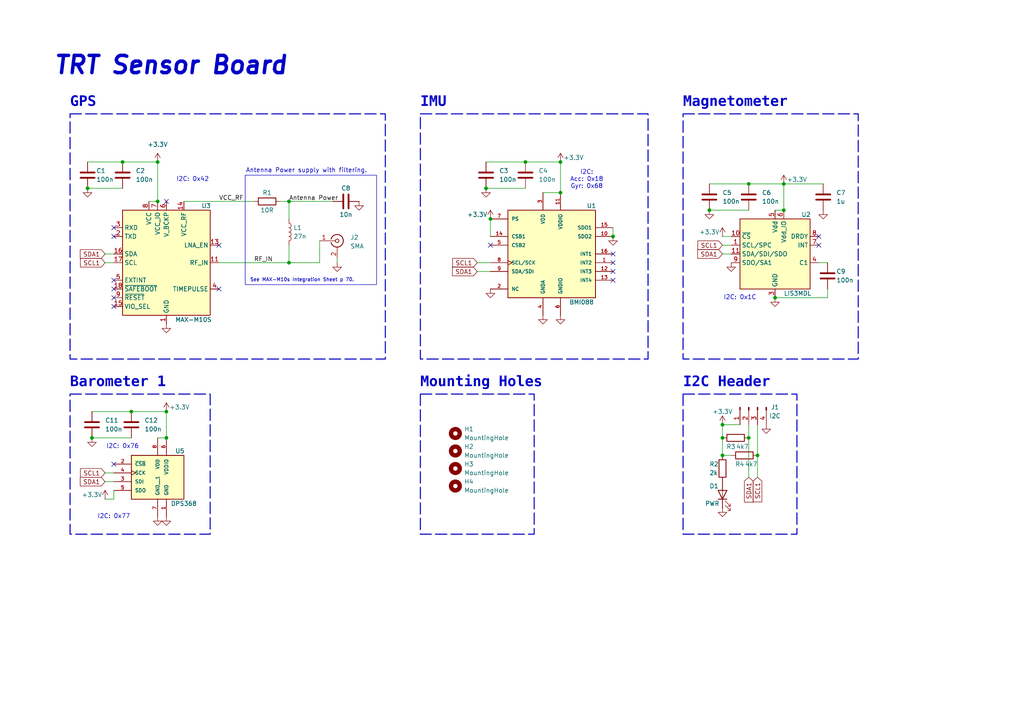
<source format=kicad_sch>
(kicad_sch (version 20231120) (generator "eeschema") (generator_version "8.0")
  (paper "A4")
  (title_block (title "TRT Sensor Board") (date "2024-07-10") (rev "0.1") (company "TRT"))
  (lib_symbols
    (symbol "BMI088:BMI088" (pin_names (offset 1.016))
      (property "Reference" "U" (at 7.62 15.24 0))
      (property "Value" "BMI088" (at 5.08 -15.24 0))
      (symbol "BMI088_0_0"
        (rectangle (start -12.7 12.7) (end 12.7 -12.7) (stroke (width 0.254)) (fill (type background)))
        (pin bidirectional line (at 17.78 -2.54 180) (length 5.08) (name "INT2") (number "1"))
        (pin output line (at 17.78 5.08 180) (length 5.08) (name "SDO2") (number "10"))
        (pin power_in line (at 2.54 17.78 270) (length 5.08) (name "VDDIO") (number "11"))
        (pin bidirectional line (at 17.78 -5.08 180) (length 5.08) (name "INT3") (number "12"))
        (pin bidirectional line (at 17.78 -7.62 180) (length 5.08) (name "INT4") (number "13"))
        (pin input line (at -17.78 5.08 0) (length 5.08) (name "CSB1") (number "14"))
        (pin output line (at 17.78 7.62 180) (length 5.08) (name "SDO1") (number "15"))
        (pin bidirectional line (at 17.78 0 180) (length 5.08) (name "INT1") (number "16"))
        (pin passive line (at -17.78 -10.16 0) (length 5.08) (name "NC") (number "2"))
        (pin power_in line (at -2.54 17.78 270) (length 5.08) (name "VDD") (number "3"))
        (pin power_in line (at -2.54 -17.78 90) (length 5.08) (name "GNDA") (number "4"))
        (pin input line (at -17.78 2.54 0) (length 5.08) (name "CSB2") (number "5"))
        (pin power_in line (at 2.54 -17.78 90) (length 5.08) (name "GNDIO") (number "6"))
        (pin input line (at -17.78 10.16 0) (length 5.08) (name "PS") (number "7"))
        (pin input clock (at -17.78 -2.54 0) (length 5.08) (name "SCL/SCK") (number "8"))
        (pin bidirectional line (at -17.78 -5.08 0) (length 5.08) (name "SDA/SDI") (number "9"))
      )
    )
    (symbol "Connector:Conn_01x04_Pin" (pin_names (offset 1.016) hide)
      (property "Reference" "J" (at 0 5.08 0))
      (property "Value" "Conn_01x04_Pin" (at 0 -7.62 0))
      (symbol "Conn_01x04_Pin_1_1"
        (polyline (pts (xy 1.27 -5.08) (xy 0.8636 -5.08)) (stroke (width 0.1524)))
        (polyline (pts (xy 1.27 -2.54) (xy 0.8636 -2.54)) (stroke (width 0.1524)))
        (polyline (pts (xy 1.27 0) (xy 0.8636 0)) (stroke (width 0.1524)))
        (polyline (pts (xy 1.27 2.54) (xy 0.8636 2.54)) (stroke (width 0.1524)))
        (rectangle (start 0.8636 -4.953) (end 0 -5.207) (stroke (width 0.1524)) (fill (type outline)))
        (rectangle (start 0.8636 -2.413) (end 0 -2.667) (stroke (width 0.1524)) (fill (type outline)))
        (rectangle (start 0.8636 0.127) (end 0 -0.127) (stroke (width 0.1524)) (fill (type outline)))
        (rectangle (start 0.8636 2.667) (end 0 2.413) (stroke (width 0.1524)) (fill (type outline)))
        (pin passive line (at 5.08 2.54 180) (length 3.81) (name "Pin_1") (number "1"))
        (pin passive line (at 5.08 0 180) (length 3.81) (name "Pin_2") (number "2"))
        (pin passive line (at 5.08 -2.54 180) (length 3.81) (name "Pin_3") (number "3"))
        (pin passive line (at 5.08 -5.08 180) (length 3.81) (name "Pin_4") (number "4"))
      )
    )
    (symbol "Connector:Conn_Coaxial" (pin_names (offset 1.016) hide)
      (property "Reference" "J" (at 0.254 3.048 0))
      (property "Value" "Conn_Coaxial" (at 2.921 0 90))
      (symbol "Conn_Coaxial_0_1"
        (arc (start -1.778 -0.508) (mid 0.2311 -1.8066) (end 1.778 0) (stroke (width 0.254)))
        (polyline (pts (xy -2.54 0) (xy -0.508 0)))
        (polyline (pts (xy 0 -2.54) (xy 0 -1.778)))
        (circle (center 0 0) (radius 0.508) (stroke (width 0.2032)))
        (arc (start 1.778 0) (mid 0.2099 1.8101) (end -1.778 0.508) (stroke (width 0.254)))
      )
      (symbol "Conn_Coaxial_1_1"
        (pin passive line (at -5.08 0 0) (length 2.54) (name "In") (number "1"))
        (pin passive line (at 0 -5.08 90) (length 2.54) (name "Ext") (number "2"))
      )
    )
    (symbol "DPS310XTSA1:DPS310XTSA1" (pin_names (offset 1.016))
      (property "Reference" "U" (at 2.54 5.08 0))
      (property "Value" "DPS310XTSA1" (at -7.62 -7.62 0))
      (symbol "DPS310XTSA1_0_0"
        (rectangle (start -10.16 5.08) (end 5.08 -7.62) (stroke (width 0.254)) (fill (type background)))
        (pin power_in line (at 0 -12.7 90) (length 5.08) (name "GND") (number "1"))
        (pin input line (at -15.24 2.54 0) (length 5.08) (name "~{CSB}") (number "2"))
        (pin bidirectional line (at -15.24 -2.54 0) (length 5.08) (name "SDI") (number "3"))
        (pin input clock (at -15.24 0 0) (length 5.08) (name "SCK") (number "4"))
        (pin output line (at -15.24 -5.08 0) (length 5.08) (name "SDO") (number "5"))
        (pin power_in line (at 0 10.16 270) (length 5.08) (name "VDDIO") (number "6"))
        (pin power_in line (at -2.54 -12.7 90) (length 5.08) (name "GND__1") (number "7"))
        (pin power_in line (at -2.54 10.16 270) (length 5.08) (name "VDD") (number "8"))
      )
    )
    (symbol "Device:C" (pin_numbers hide) (pin_names (offset 0.254))
      (property "Reference" "C" (at 0.635 2.54 0))
      (property "Value" "C" (at 0.635 -2.54 0))
      (symbol "C_0_1"
        (polyline (pts (xy -2.032 -0.762) (xy 2.032 -0.762)) (stroke (width 0.508)))
        (polyline (pts (xy -2.032 0.762) (xy 2.032 0.762)) (stroke (width 0.508)))
      )
      (symbol "C_1_1"
        (pin passive line (at 0 3.81 270) (length 2.794) (name "~") (number "1"))
        (pin passive line (at 0 -3.81 90) (length 2.794) (name "~") (number "2"))
      )
    )
    (symbol "Device:L" (pin_numbers hide) (pin_names (offset 1.016) hide)
      (property "Reference" "L" (at -1.27 0 90))
      (property "Value" "L" (at 1.905 0 90))
      (symbol "L_0_1"
        (arc (start 0 -2.54) (mid 0.6323 -1.905) (end 0 -1.27))
        (arc (start 0 -1.27) (mid 0.6323 -0.635) (end 0 0))
        (arc (start 0 0) (mid 0.6323 0.635) (end 0 1.27))
        (arc (start 0 1.27) (mid 0.6323 1.905) (end 0 2.54))
      )
      (symbol "L_1_1"
        (pin passive line (at 0 3.81 270) (length 1.27) (name "1") (number "1"))
        (pin passive line (at 0 -3.81 90) (length 1.27) (name "2") (number "2"))
      )
    )
    (symbol "Device:LED" (pin_numbers hide) (pin_names (offset 1.016) hide)
      (property "Reference" "D" (at 0 2.54 0))
      (property "Value" "LED" (at 0 -2.54 0))
      (symbol "LED_0_1"
        (polyline (pts (xy -1.27 -1.27) (xy -1.27 1.27)) (stroke (width 0.254)))
        (polyline (pts (xy -1.27 0) (xy 1.27 0)))
        (polyline (pts (xy 1.27 -1.27) (xy 1.27 1.27) (xy -1.27 0) (xy 1.27 -1.27)) (stroke (width 0.254)))
        (polyline (pts (xy -3.048 -0.762) (xy -4.572 -2.286) (xy -3.81 -2.286) (xy -4.572 -2.286) (xy -4.572 -1.524)))
        (polyline (pts (xy -1.778 -0.762) (xy -3.302 -2.286) (xy -2.54 -2.286) (xy -3.302 -2.286) (xy -3.302 -1.524)))
      )
      (symbol "LED_1_1"
        (pin passive line (at -3.81 0 0) (length 2.54) (name "K") (number "1"))
        (pin passive line (at 3.81 0 180) (length 2.54) (name "A") (number "2"))
      )
    )
    (symbol "Device:R" (pin_numbers hide) (pin_names (offset 0))
      (property "Reference" "R" (at 2.032 0 90))
      (property "Value" "R" (at 0 0 90))
      (symbol "R_0_1"
        (rectangle (start -1.016 -2.54) (end 1.016 2.54) (stroke (width 0.254)))
      )
      (symbol "R_1_1"
        (pin passive line (at 0 3.81 270) (length 1.27) (name "~") (number "1"))
        (pin passive line (at 0 -3.81 90) (length 1.27) (name "~") (number "2"))
      )
    )
    (symbol "Mechanical:MountingHole" (pin_names (offset 1.016)) (exclude_from_sim yes) (in_bom no)
      (property "Reference" "H" (at 0 5.08 0))
      (property "Value" "MountingHole" (at 0 3.175 0))
      (symbol "MountingHole_0_1"
        (circle (center 0 0) (radius 1.27) (stroke (width 1.27)))
      )
    )
    (symbol "RF_GPS:MAX-M10S"
      (property "Reference" "U" (at -10.16 16.51 0))
      (property "Value" "MAX-M10S" (at 11.43 16.51 0))
      (symbol "MAX-M10S_0_1"
        (rectangle (start 12.7 15.24) (end -12.7 -15.24) (stroke (width 0.254)) (fill (type background)))
      )
      (symbol "MAX-M10S_1_1"
        (pin power_in line (at 0 -17.78 90) (length 2.54) (name "GND") (number "1"))
        (pin passive line (at 0 -17.78 90) (length 2.54) hide (name "GND") (number "10"))
        (pin input line (at 15.24 0 180) (length 2.54) (name "RF_IN") (number "11"))
        (pin passive line (at 0 -17.78 90) (length 2.54) hide (name "GND") (number "12"))
        (pin output line (at 15.24 5.08 180) (length 2.54) (name "LNA_EN") (number "13"))
        (pin power_out line (at 5.08 17.78 270) (length 2.54) (name "VCC_RF") (number "14"))
        (pin input line (at -15.24 -12.7 0) (length 2.54) (name "VIO_SEL") (number "15"))
        (pin bidirectional line (at -15.24 2.54 0) (length 2.54) (name "SDA") (number "16"))
        (pin input line (at -15.24 0 0) (length 2.54) (name "SCL") (number "17"))
        (pin input line (at -15.24 -7.62 0) (length 2.54) (name "~{SAFEBOOT}") (number "18"))
        (pin output line (at -15.24 7.62 0) (length 2.54) (name "TXD") (number "2"))
        (pin input line (at -15.24 10.16 0) (length 2.54) (name "RXD") (number "3"))
        (pin output line (at 15.24 -7.62 180) (length 2.54) (name "TIMEPULSE") (number "4"))
        (pin input line (at -15.24 -5.08 0) (length 2.54) (name "EXTINT") (number "5"))
        (pin power_in line (at 0 17.78 270) (length 2.54) (name "V_BCKP") (number "6"))
        (pin power_in line (at -2.54 17.78 270) (length 2.54) (name "VCC_IO") (number "7"))
        (pin power_in line (at -5.08 17.78 270) (length 2.54) (name "VCC") (number "8"))
        (pin input line (at -15.24 -10.16 0) (length 2.54) (name "~{RESET}") (number "9"))
      )
    )
    (symbol "Sensor_Magnetic:LIS3MDL"
      (property "Reference" "U" (at -8.89 11.43 0))
      (property "Value" "LIS3MDL" (at 7.62 11.43 0))
      (symbol "LIS3MDL_0_1"
        (rectangle (start -10.16 10.16) (end 10.16 -10.16) (stroke (width 0.254)) (fill (type background)))
      )
      (symbol "LIS3MDL_1_1"
        (pin input line (at -12.7 2.54 0) (length 2.54) (name "SCL/SPC") (number "1"))
        (pin input line (at -12.7 5.08 0) (length 2.54) (name "~{CS}") (number "10"))
        (pin bidirectional line (at -12.7 0 0) (length 2.54) (name "SDA/SDI/SDO") (number "11"))
        (pin passive line (at 0 -12.7 90) (length 2.54) hide (name "GND") (number "12"))
        (pin passive line (at 0 -12.7 90) (length 2.54) hide (name "GND") (number "2"))
        (pin power_in line (at 0 -12.7 90) (length 2.54) (name "GND") (number "3"))
        (pin power_out line (at 12.7 -2.54 180) (length 2.54) (name "C1") (number "4"))
        (pin power_in line (at 0 12.7 270) (length 2.54) (name "Vdd") (number "5"))
        (pin power_in line (at 2.54 12.7 270) (length 2.54) (name "Vdd_IO") (number "6"))
        (pin output line (at 12.7 2.54 180) (length 2.54) (name "INT") (number "7"))
        (pin output line (at 12.7 5.08 180) (length 2.54) (name "DRDY") (number "8"))
        (pin bidirectional line (at -12.7 -2.54 0) (length 2.54) (name "SDO/SA1") (number "9"))
      )
    )
    (symbol "power:+3.3V" (power) (pin_numbers hide) (pin_names (offset 0) hide)
      (property "Value" "+3.3V" (at 0 3.556 0))
      (symbol "+3.3V_0_1"
        (polyline (pts (xy -0.762 1.27) (xy 0 2.54)))
        (polyline (pts (xy 0 0) (xy 0 2.54)))
        (polyline (pts (xy 0 2.54) (xy 0.762 1.27)))
      )
      (symbol "+3.3V_1_1"
        (pin power_in line (at 0 0 90) (length 0) (name "~") (number "1"))
      )
    )
    (symbol "power:GND" (power) (pin_numbers hide) (pin_names (offset 0) hide)
      (property "Value" "GND" (at 0 -3.81 0))
      (symbol "GND_0_1"
        (polyline (pts (xy 0 0) (xy 0 -1.27) (xy 1.27 -1.27) (xy 0 -2.54) (xy -1.27 -1.27) (xy 0 -1.27)))
      )
      (symbol "GND_1_1"
        (pin power_in line (at 0 0 270) (length 0) (name "~") (number "1"))
      )
    )
  )
  (junction (at 209.55 132.08))
  (junction (at 227.33 53.34))
  (junction (at 162.56 55.88))
  (junction (at 224.79 86.36))
  (junction (at 219.71 132.08))
  (junction (at 162.56 46.99))
  (junction (at 217.17 53.34))
  (junction (at 205.74 60.96))
  (junction (at 152.4 46.99))
  (junction (at 25.4 54.61))
  (junction (at 83.82 76.2))
  (junction (at 26.67 127))
  (junction (at 209.55 127))
  (junction (at 35.56 46.99))
  (junction (at 83.82 58.42))
  (junction (at 209.55 123.19))
  (junction (at 140.97 54.61))
  (junction (at 177.8 68.58))
  (junction (at 38.1 119.38))
  (junction (at 227.33 60.96))
  (junction (at 217.17 127))
  (junction (at 142.24 63.5))
  (junction (at 45.72 46.99))
  (junction (at 48.26 127))
  (junction (at 48.26 119.38))
  (junction (at 45.72 58.42))
  (no_connect (at 33.02 86.36))
  (no_connect (at 142.24 71.12))
  (no_connect (at 33.02 66.04))
  (no_connect (at 33.02 83.82))
  (no_connect (at 63.5 83.82))
  (no_connect (at 237.49 68.58))
  (no_connect (at 33.02 88.9))
  (no_connect (at 33.02 81.28))
  (no_connect (at 33.02 134.62))
  (no_connect (at 33.02 68.58))
  (no_connect (at 177.8 76.2))
  (no_connect (at 237.49 71.12))
  (no_connect (at 63.5 71.12))
  (no_connect (at 177.8 78.74))
  (no_connect (at 48.26 58.42))
  (no_connect (at 177.8 73.66))
  (no_connect (at 177.8 81.28))
  (wire (pts (xy 43.18 58.42) (xy 45.72 58.42)))
  (wire (pts (xy 227.33 53.34) (xy 227.33 60.96)))
  (wire (pts (xy 45.72 46.99) (xy 45.72 58.42)))
  (wire (pts (xy 30.48 76.2) (xy 33.02 76.2)))
  (wire (pts (xy 162.56 46.99) (xy 162.56 55.88)))
  (wire (pts (xy 138.43 76.2) (xy 142.24 76.2)))
  (wire (pts (xy 152.4 46.99) (xy 162.56 46.99)))
  (wire (pts (xy 35.56 46.99) (xy 45.72 46.99)))
  (wire (pts (xy 53.34 58.42) (xy 73.66 58.42)))
  (wire (pts (xy 240.03 83.82) (xy 240.03 86.36)))
  (wire (pts (xy 138.43 78.74) (xy 142.24 78.74)))
  (wire (pts (xy 209.55 132.08) (xy 209.55 127)))
  (wire (pts (xy 219.71 138.43) (xy 219.71 132.08)))
  (wire (pts (xy 92.71 76.2) (xy 92.71 69.85)))
  (wire (pts (xy 33.02 142.24) (xy 33.02 144.78)))
  (wire (pts (xy 83.82 58.42) (xy 96.52 58.42)))
  (wire (pts (xy 209.55 123.19) (xy 209.55 127)))
  (wire (pts (xy 30.48 139.7) (xy 33.02 139.7)))
  (wire (pts (xy 83.82 76.2) (xy 92.71 76.2)))
  (wire (pts (xy 140.97 46.99) (xy 152.4 46.99)))
  (wire (pts (xy 219.71 123.19) (xy 219.71 132.08)))
  (wire (pts (xy 45.72 127) (xy 48.26 127)))
  (wire (pts (xy 212.09 68.58) (xy 209.55 68.58)))
  (wire (pts (xy 217.17 127) (xy 217.17 138.43)))
  (wire (pts (xy 30.48 137.16) (xy 33.02 137.16)))
  (wire (pts (xy 209.55 71.12) (xy 212.09 71.12)))
  (wire (pts (xy 38.1 119.38) (xy 48.26 119.38)))
  (wire (pts (xy 97.79 74.93) (xy 97.79 76.2)))
  (wire (pts (xy 177.8 66.04) (xy 177.8 68.58)))
  (wire (pts (xy 83.82 58.42) (xy 83.82 63.5)))
  (wire (pts (xy 26.67 119.38) (xy 38.1 119.38)))
  (wire (pts (xy 26.67 127) (xy 38.1 127)))
  (wire (pts (xy 157.48 55.88) (xy 162.56 55.88)))
  (wire (pts (xy 25.4 46.99) (xy 35.56 46.99)))
  (wire (pts (xy 140.97 54.61) (xy 152.4 54.61)))
  (wire (pts (xy 224.79 60.96) (xy 227.33 60.96)))
  (wire (pts (xy 205.74 53.34) (xy 217.17 53.34)))
  (wire (pts (xy 48.26 119.38) (xy 48.26 127)))
  (wire (pts (xy 33.02 144.78) (xy 30.48 144.78)))
  (wire (pts (xy 81.28 58.42) (xy 83.82 58.42)))
  (wire (pts (xy 205.74 60.96) (xy 217.17 60.96)))
  (wire (pts (xy 227.33 53.34) (xy 238.76 53.34)))
  (wire (pts (xy 30.48 73.66) (xy 33.02 73.66)))
  (wire (pts (xy 217.17 123.19) (xy 217.17 127)))
  (wire (pts (xy 142.24 63.5) (xy 142.24 68.58)))
  (wire (pts (xy 217.17 53.34) (xy 227.33 53.34)))
  (wire (pts (xy 63.5 76.2) (xy 83.82 76.2)))
  (wire (pts (xy 237.49 76.2) (xy 240.03 76.2)))
  (wire (pts (xy 209.55 73.66) (xy 212.09 73.66)))
  (wire (pts (xy 25.4 54.61) (xy 35.56 54.61)))
  (wire (pts (xy 83.82 71.12) (xy 83.82 76.2)))
  (wire (pts (xy 214.63 123.19) (xy 209.55 123.19)))
  (wire (pts (xy 224.79 86.36) (xy 240.03 86.36)))
  (wire (pts (xy 212.09 132.08) (xy 209.55 132.08)))
  (rectangle (start 20.32 33.02) (end 111.76 104.14) (stroke (width 0.3) (type dash)))
  (rectangle (start 198.12 114.3) (end 231.14 154.94) (stroke (width 0.3) (type dash)))
  (rectangle (start 71.12 50.8) (end 109.22 82.55))
  (rectangle (start 121.92 33.02) (end 187.96 104.14) (stroke (width 0.3) (type dash)))
  (rectangle (start 20.32 114.3) (end 60.96 154.94) (stroke (width 0.3) (type dash)))
  (rectangle (start 198.12 33.02) (end 248.92 104.14) (stroke (width 0.3) (type dash)))
  (rectangle (start 121.92 114.3) (end 154.94 154.94) (stroke (width 0.3) (type dash)))
  (text "IMU" (at 121.92 30.48 0) (effects (font (size 3 3) (thickness 1) (bold yes)) (justify left)))
  (text "TRT Sensor Board" (at 49.53 19.05 0) (effects (font (size 5 5) (thickness 1) (bold yes) (italic yes))))
  (text "I2C:\nAcc: 0x18\nGyr: 0x68" (at 170.18 52.07 0) (effects (font (size 1.27 1.27))))
  (text "I2C: 0x1C" (at 214.63 86.36 0) (effects (font (size 1.27 1.27))))
  (text "Magnetometer" (at 198.12 30.48 0) (effects (font (size 3 3) (thickness 1) (bold yes)) (justify left)))
  (text "GPS" (at 20.32 30.48 0) (effects (font (size 3 3) (thickness 1) (bold yes)) (justify left)))
  (text "I2C: 0x42" (at 55.88 52.07 0) (effects (font (size 1.27 1.27))))
  (text "See MAX-M10s Integration Sheet p 70." (at 87.63 81.28 0) (effects (font (size 1 1))))
  (text "I2C Header" (at 198.12 111.76 0) (effects (font (size 3 3) (thickness 1) (bold yes)) (justify left)))
  (text "Mounting Holes" (at 121.92 111.76 0) (effects (font (size 3 3) (thickness 1) (bold yes)) (justify left)))
  (text "Antenna Power supply with filtering." (at 88.9 49.53 0) (effects (font (size 1.27 1.27))))
  (text "Barometer 1\n" (at 20.32 111.76 0) (effects (font (size 3 3) (thickness 1) (bold yes)) (justify left)))
  (text "I2C: 0x76" (at 35.56 129.54 0) (effects (font (size 1.27 1.27))))
  (text "I2C: 0x77" (at 33.02 149.86 0) (effects (font (size 1.27 1.27))))
  (label "Antenna Power" (at 83.82 58.42 0))
  (label "VCC_RF" (at 63.5 58.42 0))
  (label "RF_IN" (at 73.66 76.2 0))
  (global_label "SCL1" (shape input) (at 30.48 76.2 180) (property "Intersheetrefs" "${INTERSHEET_REFS}" (effects (hide yes))))
  (global_label "SCL1" (shape input) (at 138.43 76.2 180) (property "Intersheetrefs" "${INTERSHEET_REFS}" (effects (hide yes))))
  (global_label "SDA1" (shape input) (at 217.17 138.43 270) (property "Intersheetrefs" "${INTERSHEET_REFS}" (effects (hide yes))))
  (global_label "SDA1" (shape input) (at 30.48 139.7 180) (property "Intersheetrefs" "${INTERSHEET_REFS}" (effects (hide yes))))
  (global_label "SDA1" (shape input) (at 30.48 73.66 180) (property "Intersheetrefs" "${INTERSHEET_REFS}" (effects (hide yes))))
  (global_label "SCL1" (shape input) (at 30.48 137.16 180) (property "Intersheetrefs" "${INTERSHEET_REFS}" (effects (hide yes))))
  (global_label "SCL1" (shape input) (at 209.55 71.12 180) (property "Intersheetrefs" "${INTERSHEET_REFS}" (effects (hide yes))))
  (global_label "SDA1" (shape input) (at 138.43 78.74 180) (property "Intersheetrefs" "${INTERSHEET_REFS}" (effects (hide yes))))
  (global_label "SDA1" (shape input) (at 209.55 73.66 180) (property "Intersheetrefs" "${INTERSHEET_REFS}" (effects (hide yes))))
  (global_label "SCL1" (shape input) (at 219.71 138.43 270) (property "Intersheetrefs" "${INTERSHEET_REFS}" (effects (hide yes))))
  (symbol (lib_id "power:GND") (at 238.76 60.96 0) (unit 1)
    (property "Reference" "#PWR08" (effects (hide yes)))
    (property "Value" "GND" (effects (hide yes)))
    (property "Description" "Power symbol creates a global label with name \"GND\" , ground" (effects (hide yes)))
  )
  (symbol (lib_id "DPS310XTSA1:DPS310XTSA1") (at 48.26 137.16 0) (unit 1)
    (property "Reference" "U5" (at 50.8 130.81 0) (effects (justify left)))
    (property "Value" "DPS368" (at 49.53 146.05 0) (effects (justify left)))
    (property "Footprint" "DPS310XTSA1:XDCR_DPS310XTSA1" (effects (hide yes)))
    (property "Description" "Supply voltage range 1.7V to 3.6V | Operation range 300hPa 1200hPa | Sensors precision 0.005hPa | Relative accuracy 0.06hPa | Pressure temperature sensitivity of 0.5Pa/K | Temperature accuracy 0.5C" (effects (hide yes)))
    (property "MF" "Infineon" (effects (hide yes)))
    (property "PACKAGE" "LGA-8 Infineon" (effects (hide yes)))
    (property "PRICE" "None" (effects (hide yes)))
    (property "MP" "DPS310XTSA1" (effects (hide yes)))
    (property "AVAILABILITY" "Unavailable" (effects (hide yes)))
  )
  (symbol (lib_id "Device:R") (at 209.55 135.89 0) (unit 1)
    (property "Reference" "R2" (at 205.74 134.62 0) (effects (justify left)))
    (property "Value" "2k" (at 205.74 137.16 0) (effects (justify left)))
    (property "Footprint" "Resistor_SMD:R_0805_2012Metric" (effects (hide yes)))
    (property "Description" "Resistor" (effects (hide yes)))
  )
  (symbol (lib_id "power:+3.3V") (at 30.48 144.78 0) (unit 1)
    (property "Reference" "#PWR09" (effects (hide yes)))
    (property "Value" "+3.3V" (at 26.67 143.51 0))
    (property "Description" "Power symbol creates a global label with name \"+3.3V\"" (effects (hide yes)))
  )
  (symbol (lib_id "power:+3.3V") (at 209.55 68.58 0) (unit 1)
    (property "Reference" "#PWR012" (effects (hide yes)))
    (property "Value" "+3.3V" (at 205.74 67.31 0))
    (property "Description" "Power symbol creates a global label with name \"+3.3V\"" (effects (hide yes)))
  )
  (symbol (lib_id "Connector:Conn_01x04_Pin") (at 217.17 118.11 90) (mirror x) (unit 1)
    (property "Reference" "J1" (at 224.79 118.11 90))
    (property "Value" "I2C" (at 224.79 120.65 90))
    (property "Footprint" "Connector_JST:JST_XH_B4B-XH-A_1x04_P2.50mm_Vertical" (effects (hide yes)))
    (property "Description" "Generic connector, single row, 01x04, script generated" (effects (hide yes)))
  )
  (symbol (lib_id "power:GND") (at 48.26 149.86 0) (unit 1)
    (property "Reference" "#PWR031" (effects (hide yes)))
    (property "Value" "GND" (effects (hide yes)))
    (property "Description" "Power symbol creates a global label with name \"GND\" , ground" (effects (hide yes)))
  )
  (symbol (lib_id "power:+3.3V") (at 162.56 46.99 0) (unit 1)
    (property "Reference" "#PWR02" (effects (hide yes)))
    (property "Value" "+3.3V" (at 166.37 45.72 0))
    (property "Description" "Power symbol creates a global label with name \"+3.3V\"" (effects (hide yes)))
  )
  (symbol (lib_id "power:GND") (at 26.67 127 0) (unit 1)
    (property "Reference" "#PWR025" (effects (hide yes)))
    (property "Value" "GND" (effects (hide yes)))
    (property "Description" "Power symbol creates a global label with name \"GND\" , ground" (effects (hide yes)))
  )
  (symbol (lib_id "Device:R") (at 213.36 127 90) (unit 1)
    (property "Reference" "R3" (at 213.36 129.54 90) (effects (justify left)))
    (property "Value" "4k7" (at 217.17 129.54 90) (effects (justify left)))
    (property "Footprint" "Resistor_SMD:R_0805_2012Metric" (effects (hide yes)))
    (property "Description" "Resistor" (effects (hide yes)))
  )
  (symbol (lib_id "Device:C") (at 38.1 123.19 0) (unit 1)
    (property "Reference" "C12" (at 41.91 121.9199 0) (effects (justify left)))
    (property "Value" "100n" (at 41.91 124.4599 0) (effects (justify left)))
    (property "Footprint" "Capacitor_SMD:C_0805_2012Metric" (effects (hide yes)))
    (property "Description" "Unpolarized capacitor" (effects (hide yes)))
  )
  (symbol (lib_id "power:GND") (at 209.55 147.32 0) (unit 1)
    (property "Reference" "#PWR026" (effects (hide yes)))
    (property "Value" "GND" (effects (hide yes)))
    (property "Description" "Power symbol creates a global label with name \"GND\" , ground" (effects (hide yes)))
  )
  (symbol (lib_id "Device:C") (at 205.74 57.15 0) (unit 1)
    (property "Reference" "C5" (at 209.55 55.8799 0) (effects (justify left)))
    (property "Value" "100n" (at 209.55 58.4199 0) (effects (justify left)))
    (property "Footprint" "Capacitor_SMD:C_0805_2012Metric" (effects (hide yes)))
    (property "Description" "Unpolarized capacitor" (effects (hide yes)))
  )
  (symbol (lib_id "BMI088:BMI088") (at 160.02 73.66 0) (unit 1)
    (property "Reference" "U1" (at 170.18 59.69 0) (effects (justify left)))
    (property "Value" "BMI088" (at 165.1 87.63 0) (effects (justify left)))
    (property "Footprint" "BMI088:PQFN50P450X300X100-16N" (effects (hide yes)))
    (property "Description" "Accelerometer, Gyroscope, 6 Axis Sensor I²C, SPI Output" (effects (hide yes)))
    (property "MF" "Bosch Sensortec" (effects (hide yes)))
    (property "PURCHASE-URL" "https://pricing.snapeda.com/search/part/BMI088/?ref=eda" (effects (hide yes)))
    (property "PACKAGE" "VFLGA-16 Bosch Sensortec" (effects (hide yes)))
    (property "PRICE" "None" (effects (hide yes)))
    (property "MP" "BMI088" (effects (hide yes)))
    (property "AVAILABILITY" "In Stock" (effects (hide yes)))
  )
  (symbol (lib_id "power:GND") (at 224.79 86.36 0) (unit 1)
    (property "Reference" "#PWR016" (effects (hide yes)))
    (property "Value" "GND" (effects (hide yes)))
    (property "Description" "Power symbol creates a global label with name \"GND\" , ground" (effects (hide yes)))
  )
  (symbol (lib_id "Device:C") (at 100.33 58.42 90) (unit 1)
    (property "Reference" "C8" (at 100.33 54.61 90))
    (property "Value" "10n" (at 100.33 62.23 90))
    (property "Footprint" "Capacitor_SMD:C_0805_2012Metric" (effects (hide yes)))
    (property "Description" "Unpolarized capacitor" (effects (hide yes)))
  )
  (symbol (lib_id "power:+3.3V") (at 142.24 63.5 0) (unit 1)
    (property "Reference" "#PWR010" (effects (hide yes)))
    (property "Value" "+3.3V" (at 138.43 62.23 0))
    (property "Description" "Power symbol creates a global label with name \"+3.3V\"" (effects (hide yes)))
  )
  (symbol (lib_id "Mechanical:MountingHole") (at 132.08 140.97 0) (unit 1) (exclude_from_sim yes) (in_bom no)
    (property "Reference" "H4" (at 134.62 139.6999 0) (effects (justify left)))
    (property "Value" "MountingHole" (at 134.62 142.2399 0) (effects (justify left)))
    (property "Footprint" "MountingHole:MountingHole_3.2mm_M3" (effects (hide yes)))
    (property "Description" "Mounting Hole without connection" (effects (hide yes)))
  )
  (symbol (lib_id "Sensor_Magnetic:LIS3MDL") (at 224.79 73.66 0) (unit 1)
    (property "Reference" "U2" (at 232.41 62.23 0) (effects (justify left)))
    (property "Value" "LIS3MDL" (at 227.33 85.09 0) (effects (justify left)))
    (property "Footprint" "Package_LGA:LGA-12_2x2mm_P0.5mm" (effects (hide yes)))
    (property "Datasheet" "https://www.st.com/resource/en/datasheet/lis3mdl.pdf" (effects (hide yes)))
    (property "Description" "Ultra-low-power, 3-axis digital output magnetometer, LGA-12" (effects (hide yes)))
  )
  (symbol (lib_id "Device:L") (at 83.82 67.31 0) (unit 1)
    (property "Reference" "L1" (at 85.09 66.0399 0) (effects (justify left)))
    (property "Value" "27n" (at 85.09 68.5799 0) (effects (justify left)))
    (property "Footprint" "Inductor_SMD:L_0805_2012Metric" (effects (hide yes)))
    (property "Description" "Inductor" (effects (hide yes)))
  )
  (symbol (lib_id "Device:C") (at 35.56 50.8 0) (unit 1)
    (property "Reference" "C2" (at 39.37 49.5299 0) (effects (justify left)))
    (property "Value" "100n" (at 39.37 52.0699 0) (effects (justify left)))
    (property "Footprint" "Capacitor_THT:C_Axial_L3.8mm_D2.6mm_P10.00mm_Horizontal" (effects (hide yes)))
    (property "Description" "Unpolarized capacitor" (effects (hide yes)))
  )
  (symbol (lib_id "Connector:Conn_Coaxial") (at 97.79 69.85 0) (unit 1)
    (property "Reference" "J2" (at 101.6 68.8731 0) (effects (justify left)))
    (property "Value" "SMA" (at 101.6 71.4131 0) (effects (justify left)))
    (property "Footprint" "Connector_Coaxial:SMA_Amphenol_901-143_Horizontal" (effects (hide yes)))
    (property "Description" "coaxial connector (BNC, SMA, SMB, SMC, Cinch/RCA, LEMO, ...)" (effects (hide yes)))
  )
  (symbol (lib_id "Device:C") (at 152.4 50.8 0) (unit 1)
    (property "Reference" "C4" (at 156.21 49.5299 0) (effects (justify left)))
    (property "Value" "100n" (at 156.21 52.0699 0) (effects (justify left)))
    (property "Footprint" "Capacitor_SMD:C_0805_2012Metric" (effects (hide yes)))
    (property "Description" "Unpolarized capacitor" (effects (hide yes)))
  )
  (symbol (lib_id "power:GND") (at 104.14 58.42 0) (unit 1)
    (property "Reference" "#PWR06" (effects (hide yes)))
    (property "Value" "GND" (effects (hide yes)))
    (property "Description" "Power symbol creates a global label with name \"GND\" , ground" (effects (hide yes)))
  )
  (symbol (lib_id "Device:C") (at 217.17 57.15 0) (unit 1)
    (property "Reference" "C6" (at 220.98 55.8799 0) (effects (justify left)))
    (property "Value" "100n" (at 220.98 58.4199 0) (effects (justify left)))
    (property "Footprint" "Capacitor_SMD:C_0805_2012Metric" (effects (hide yes)))
    (property "Description" "Unpolarized capacitor" (effects (hide yes)))
  )
  (symbol (lib_id "Device:LED") (at 209.55 143.51 90) (unit 1)
    (property "Reference" "D1" (at 205.74 140.97 90) (effects (justify right)))
    (property "Value" "PWR" (at 204.47 146.05 90) (effects (justify right)))
    (property "Footprint" "LED_SMD:LED_0805_2012Metric" (effects (hide yes)))
    (property "Description" "Light emitting diode" (effects (hide yes)))
  )
  (symbol (lib_id "power:GND") (at 25.4 54.61 0) (unit 1)
    (property "Reference" "#PWR04" (effects (hide yes)))
    (property "Value" "GND" (effects (hide yes)))
    (property "Description" "Power symbol creates a global label with name \"GND\" , ground" (effects (hide yes)))
  )
  (symbol (lib_id "power:GND") (at 157.48 91.44 0) (unit 1)
    (property "Reference" "#PWR017" (effects (hide yes)))
    (property "Value" "GND" (effects (hide yes)))
    (property "Description" "Power symbol creates a global label with name \"GND\" , ground" (effects (hide yes)))
  )
  (symbol (lib_id "power:GND") (at 222.25 123.19 0) (unit 1)
    (property "Reference" "#PWR024" (effects (hide yes)))
    (property "Value" "GND" (effects (hide yes)))
    (property "Description" "Power symbol creates a global label with name \"GND\" , ground" (effects (hide yes)))
  )
  (symbol (lib_id "Mechanical:MountingHole") (at 132.08 135.89 0) (unit 1) (exclude_from_sim yes) (in_bom no)
    (property "Reference" "H3" (at 134.62 134.6199 0) (effects (justify left)))
    (property "Value" "MountingHole" (at 134.62 137.1599 0) (effects (justify left)))
    (property "Footprint" "MountingHole:MountingHole_3.2mm_M3" (effects (hide yes)))
    (property "Description" "Mounting Hole without connection" (effects (hide yes)))
  )
  (symbol (lib_id "power:GND") (at 142.24 83.82 0) (unit 1)
    (property "Reference" "#PWR015" (effects (hide yes)))
    (property "Value" "GND" (effects (hide yes)))
    (property "Description" "Power symbol creates a global label with name \"GND\" , ground" (effects (hide yes)))
  )
  (symbol (lib_id "power:+3.3V") (at 45.72 46.99 0) (unit 1)
    (property "Reference" "#PWR01" (effects (hide yes)))
    (property "Value" "+3.3V" (at 45.72 41.91 0))
    (property "Description" "Power symbol creates a global label with name \"+3.3V\"" (effects (hide yes)))
  )
  (symbol (lib_id "power:+3.3V") (at 227.33 53.34 0) (unit 1)
    (property "Reference" "#PWR03" (effects (hide yes)))
    (property "Value" "+3.3V" (at 231.14 52.07 0))
    (property "Description" "Power symbol creates a global label with name \"+3.3V\"" (effects (hide yes)))
  )
  (symbol (lib_id "Device:R") (at 215.9 132.08 90) (unit 1)
    (property "Reference" "R4" (at 215.9 134.62 90) (effects (justify left)))
    (property "Value" "4k7" (at 219.71 134.62 90) (effects (justify left)))
    (property "Footprint" "Resistor_SMD:R_0805_2012Metric" (effects (hide yes)))
    (property "Description" "Resistor" (effects (hide yes)))
  )
  (symbol (lib_id "Device:C") (at 140.97 50.8 0) (unit 1)
    (property "Reference" "C3" (at 144.78 49.5299 0) (effects (justify left)))
    (property "Value" "100n" (at 144.78 52.0699 0) (effects (justify left)))
    (property "Footprint" "Capacitor_THT:C_Axial_L3.8mm_D2.6mm_P10.00mm_Horizontal" (effects (hide yes)))
    (property "Description" "Unpolarized capacitor" (effects (hide yes)))
  )
  (symbol (lib_id "power:GND") (at 205.74 60.96 0) (unit 1)
    (property "Reference" "#PWR07" (effects (hide yes)))
    (property "Value" "GND" (effects (hide yes)))
    (property "Description" "Power symbol creates a global label with name \"GND\" , ground" (effects (hide yes)))
  )
  (symbol (lib_id "power:GND") (at 162.56 91.44 0) (unit 1)
    (property "Reference" "#PWR018" (effects (hide yes)))
    (property "Value" "GND" (effects (hide yes)))
    (property "Description" "Power symbol creates a global label with name \"GND\" , ground" (effects (hide yes)))
  )
  (symbol (lib_id "power:GND") (at 140.97 54.61 0) (unit 1)
    (property "Reference" "#PWR05" (effects (hide yes)))
    (property "Value" "GND" (effects (hide yes)))
    (property "Description" "Power symbol creates a global label with name \"GND\" , ground" (effects (hide yes)))
  )
  (symbol (lib_id "Device:R") (at 77.47 58.42 90) (unit 1)
    (property "Reference" "R1" (at 77.47 55.88 90))
    (property "Value" "10R" (at 77.47 60.96 90))
    (property "Footprint" "Resistor_SMD:R_0805_2012Metric" (effects (hide yes)))
    (property "Description" "Resistor" (effects (hide yes)))
  )
  (symbol (lib_id "power:GND") (at 177.8 68.58 0) (unit 1)
    (property "Reference" "#PWR011" (effects (hide yes)))
    (property "Value" "GND" (effects (hide yes)))
    (property "Description" "Power symbol creates a global label with name \"GND\" , ground" (effects (hide yes)))
  )
  (symbol (lib_id "Mechanical:MountingHole") (at 132.08 125.73 0) (unit 1) (exclude_from_sim yes) (in_bom no)
    (property "Reference" "H1" (at 134.62 124.4599 0) (effects (justify left)))
    (property "Value" "MountingHole" (at 134.62 126.9999 0) (effects (justify left)))
    (property "Footprint" "MountingHole:MountingHole_3.2mm_M3" (effects (hide yes)))
    (property "Description" "Mounting Hole without connection" (effects (hide yes)))
  )
  (symbol (lib_id "power:GND") (at 97.79 76.2 0) (unit 1)
    (property "Reference" "#PWR013" (effects (hide yes)))
    (property "Value" "GND" (effects (hide yes)))
    (property "Description" "Power symbol creates a global label with name \"GND\" , ground" (effects (hide yes)))
  )
  (symbol (lib_id "Mechanical:MountingHole") (at 132.08 130.81 0) (unit 1) (exclude_from_sim yes) (in_bom no)
    (property "Reference" "H2" (at 134.62 129.5399 0) (effects (justify left)))
    (property "Value" "MountingHole" (at 134.62 132.0799 0) (effects (justify left)))
    (property "Footprint" "MountingHole:MountingHole_3.2mm_M3" (effects (hide yes)))
    (property "Description" "Mounting Hole without connection" (effects (hide yes)))
  )
  (symbol (lib_id "power:+3.3V") (at 48.26 119.38 0) (unit 1)
    (property "Reference" "#PWR020" (effects (hide yes)))
    (property "Value" "+3.3V" (at 52.07 118.11 0))
    (property "Description" "Power symbol creates a global label with name \"+3.3V\"" (effects (hide yes)))
  )
  (symbol (lib_id "power:GND") (at 45.72 149.86 0) (unit 1)
    (property "Reference" "#PWR030" (effects (hide yes)))
    (property "Value" "GND" (effects (hide yes)))
    (property "Description" "Power symbol creates a global label with name \"GND\" , ground" (effects (hide yes)))
  )
  (symbol (lib_id "Device:C") (at 25.4 50.8 0) (unit 1)
    (property "Reference" "C1" (at 27.94 49.53 0) (effects (justify left)))
    (property "Value" "100n" (at 27.94 52.07 0) (effects (justify left)))
    (property "Footprint" "Capacitor_THT:C_Axial_L3.8mm_D2.6mm_P10.00mm_Horizontal" (effects (hide yes)))
    (property "Description" "Unpolarized capacitor" (effects (hide yes)))
  )
  (symbol (lib_id "power:GND") (at 48.26 93.98 0) (unit 1)
    (property "Reference" "#PWR019" (effects (hide yes)))
    (property "Value" "GND" (effects (hide yes)))
    (property "Description" "Power symbol creates a global label with name \"GND\" , ground" (effects (hide yes)))
  )
  (symbol (lib_id "Device:C") (at 26.67 123.19 0) (unit 1)
    (property "Reference" "C11" (at 30.48 121.9199 0) (effects (justify left)))
    (property "Value" "100n" (at 30.48 124.4599 0) (effects (justify left)))
    (property "Footprint" "Capacitor_SMD:C_0805_2012Metric" (effects (hide yes)))
    (property "Description" "Unpolarized capacitor" (effects (hide yes)))
  )
  (symbol (lib_id "Device:C") (at 240.03 80.01 0) (unit 1)
    (property "Reference" "C9" (at 242.57 78.74 0) (effects (justify left)))
    (property "Value" "100n" (at 242.57 81.28 0) (effects (justify left)))
    (property "Footprint" "Capacitor_SMD:C_0805_2012Metric" (effects (hide yes)))
    (property "Description" "Unpolarized capacitor" (effects (hide yes)))
  )
  (symbol (lib_id "RF_GPS:MAX-M10S") (at 48.26 76.2 0) (unit 1)
    (property "Reference" "U3" (at 58.42 59.69 0) (effects (justify left)))
    (property "Value" "MAX-M10S" (at 50.8 92.71 0) (effects (justify left)))
    (property "Footprint" "RF_GPS:ublox_MAX" (effects (hide yes)))
    (property "Datasheet" "https://content.u-blox.com/sites/default/files/MAX-M10S_DataSheet_UBX-20035208.pdf" (effects (hide yes)))
    (property "Description" "GNSS Module MAX M10, VCC 1.65V to 3.6V" (effects (hide yes)))
  )
  (symbol (lib_id "power:GND") (at 212.09 76.2 0) (unit 1)
    (property "Reference" "#PWR014" (effects (hide yes)))
    (property "Value" "GND" (effects (hide yes)))
    (property "Description" "Power symbol creates a global label with name \"GND\" , ground" (effects (hide yes)))
  )
  (symbol (lib_id "Device:C") (at 238.76 57.15 0) (unit 1)
    (property "Reference" "C7" (at 242.57 55.8799 0) (effects (justify left)))
    (property "Value" "1u" (at 242.57 58.4199 0) (effects (justify left)))
    (property "Footprint" "Capacitor_SMD:C_0805_2012Metric" (effects (hide yes)))
    (property "Description" "Unpolarized capacitor" (effects (hide yes)))
  )
  (symbol (lib_id "power:+3.3V") (at 209.55 123.19 0) (unit 1)
    (property "Reference" "#PWR023" (effects (hide yes)))
    (property "Value" "+3.3V" (at 209.55 119.38 0))
    (property "Description" "Power symbol creates a global label with name \"+3.3V\"" (effects (hide yes)))
  )
)
</source>
